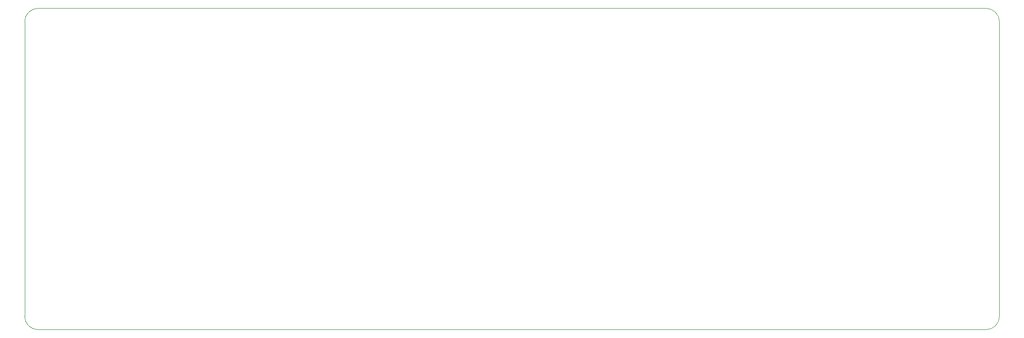
<source format=gbr>
%TF.GenerationSoftware,KiCad,Pcbnew,6.99.0*%
%TF.CreationDate,2022-01-01T23:32:50+11:00*%
%TF.ProjectId,help,68656c70-2e6b-4696-9361-645f70636258,rev?*%
%TF.SameCoordinates,Original*%
%TF.FileFunction,Profile,NP*%
%FSLAX46Y46*%
G04 Gerber Fmt 4.6, Leading zero omitted, Abs format (unit mm)*
G04 Created by KiCad (PCBNEW 6.99.0) date 2022-01-01 23:32:50*
%MOMM*%
%LPD*%
G01*
G04 APERTURE LIST*
%TA.AperFunction,Profile*%
%ADD10C,0.100000*%
%TD*%
G04 APERTURE END LIST*
D10*
X201612500Y-88900000D02*
G75*
G03*
X203993750Y-86518750I0J2381250D01*
G01*
X30956250Y-86518750D02*
G75*
G03*
X33337500Y-88900000I2381250J0D01*
G01*
X201612500Y-31750000D02*
X33337500Y-31750000D01*
X33337500Y-88900000D02*
X201612500Y-88900000D01*
X203993750Y-86518750D02*
X203993750Y-34131250D01*
X203993750Y-34131250D02*
G75*
G03*
X201612500Y-31750000I-2381250J0D01*
G01*
X30956250Y-34131250D02*
X30956250Y-86518750D01*
X33337500Y-31750000D02*
G75*
G03*
X30956250Y-34131250I0J-2381250D01*
G01*
M02*

</source>
